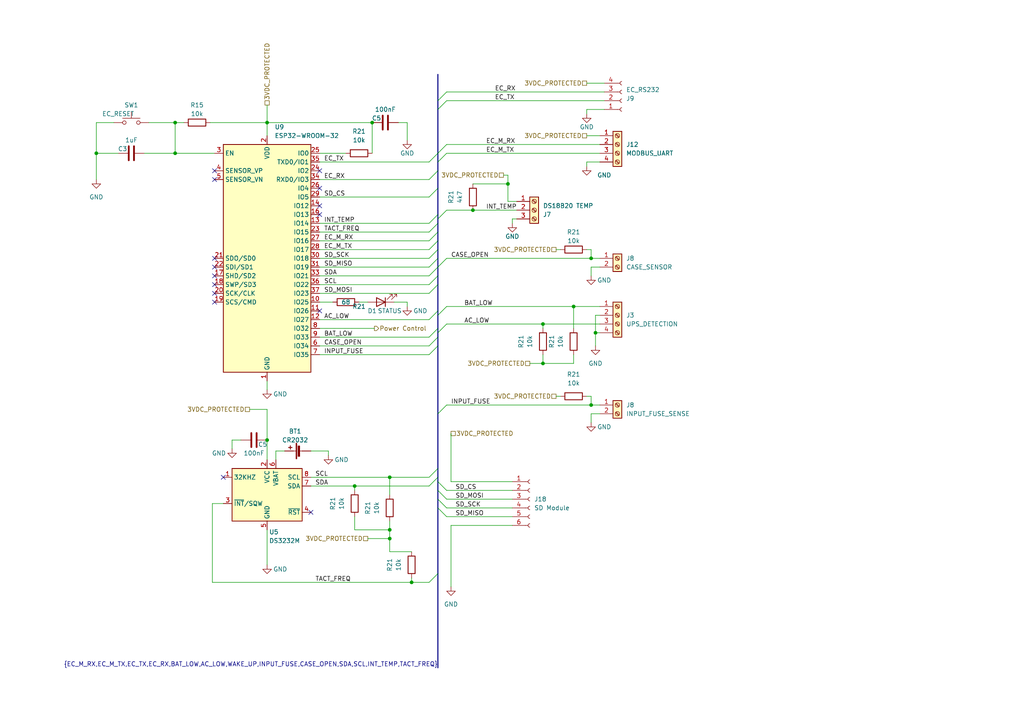
<source format=kicad_sch>
(kicad_sch (version 20230121) (generator eeschema)
  (paper "A4")
  (lib_symbols
    (symbol "Connector:Conn_01x04_Socket" (pin_names (offset 1.016) hide)
      (property "Reference" "J" (at 0 5.08 0))
      (property "Value" "Conn_01x04_Socket" (at 0 -7.62 0))
      (symbol "Conn_01x04_Socket_1_1"
        (arc (start 0 -4.572) (mid -0.5058 -5.08) (end 0 -5.588) (stroke (width 0.1524)))
        (arc (start 0 -2.032) (mid -0.5058 -2.54) (end 0 -3.048) (stroke (width 0.1524)))
        (polyline (pts (xy -1.27 -5.08) (xy -0.508 -5.08)) (stroke (width 0.1524)))
        (polyline (pts (xy -1.27 -2.54) (xy -0.508 -2.54)) (stroke (width 0.1524)))
        (polyline (pts (xy -1.27 0) (xy -0.508 0)) (stroke (width 0.1524)))
        (polyline (pts (xy -1.27 2.54) (xy -0.508 2.54)) (stroke (width 0.1524)))
        (arc (start 0 0.508) (mid -0.5058 0) (end 0 -0.508) (stroke (width 0.1524)))
        (arc (start 0 3.048) (mid -0.5058 2.54) (end 0 2.032) (stroke (width 0.1524)))
        (pin passive line (at -5.08 2.54 0) (length 3.81) (name "Pin_1") (number "1"))
        (pin passive line (at -5.08 0 0) (length 3.81) (name "Pin_2") (number "2"))
        (pin passive line (at -5.08 -2.54 0) (length 3.81) (name "Pin_3") (number "3"))
        (pin passive line (at -5.08 -5.08 0) (length 3.81) (name "Pin_4") (number "4"))
      )
    )
    (symbol "Connector:Conn_01x06_Socket" (pin_names (offset 1.016) hide)
      (property "Reference" "J" (at 0 7.62 0))
      (property "Value" "Conn_01x06_Socket" (at 0 -10.16 0))
      (symbol "Conn_01x06_Socket_1_1"
        (arc (start 0 -7.112) (mid -0.5058 -7.62) (end 0 -8.128) (stroke (width 0.1524)))
        (arc (start 0 -4.572) (mid -0.5058 -5.08) (end 0 -5.588) (stroke (width 0.1524)))
        (arc (start 0 -2.032) (mid -0.5058 -2.54) (end 0 -3.048) (stroke (width 0.1524)))
        (polyline (pts (xy -1.27 -7.62) (xy -0.508 -7.62)) (stroke (width 0.1524)))
        (polyline (pts (xy -1.27 -5.08) (xy -0.508 -5.08)) (stroke (width 0.1524)))
        (polyline (pts (xy -1.27 -2.54) (xy -0.508 -2.54)) (stroke (width 0.1524)))
        (polyline (pts (xy -1.27 0) (xy -0.508 0)) (stroke (width 0.1524)))
        (polyline (pts (xy -1.27 2.54) (xy -0.508 2.54)) (stroke (width 0.1524)))
        (polyline (pts (xy -1.27 5.08) (xy -0.508 5.08)) (stroke (width 0.1524)))
        (arc (start 0 0.508) (mid -0.5058 0) (end 0 -0.508) (stroke (width 0.1524)))
        (arc (start 0 3.048) (mid -0.5058 2.54) (end 0 2.032) (stroke (width 0.1524)))
        (arc (start 0 5.588) (mid -0.5058 5.08) (end 0 4.572) (stroke (width 0.1524)))
        (pin passive line (at -5.08 5.08 0) (length 3.81) (name "Pin_1") (number "1"))
        (pin passive line (at -5.08 2.54 0) (length 3.81) (name "Pin_2") (number "2"))
        (pin passive line (at -5.08 0 0) (length 3.81) (name "Pin_3") (number "3"))
        (pin passive line (at -5.08 -2.54 0) (length 3.81) (name "Pin_4") (number "4"))
        (pin passive line (at -5.08 -5.08 0) (length 3.81) (name "Pin_5") (number "5"))
        (pin passive line (at -5.08 -7.62 0) (length 3.81) (name "Pin_6") (number "6"))
      )
    )
    (symbol "Connector:Screw_Terminal_01x02" (pin_names (offset 1.016) hide)
      (property "Reference" "J" (at 0 2.54 0))
      (property "Value" "Screw_Terminal_01x02" (at 0 -5.08 0))
      (symbol "Screw_Terminal_01x02_1_1"
        (rectangle (start -1.27 1.27) (end 1.27 -3.81) (stroke (width 0.254)) (fill (type background)))
        (circle (center 0 -2.54) (radius 0.635) (stroke (width 0.1524)))
        (polyline (pts (xy -0.5334 -2.2098) (xy 0.3302 -3.048)) (stroke (width 0.1524)))
        (polyline (pts (xy -0.5334 0.3302) (xy 0.3302 -0.508)) (stroke (width 0.1524)))
        (polyline (pts (xy -0.3556 -2.032) (xy 0.508 -2.8702)) (stroke (width 0.1524)))
        (polyline (pts (xy -0.3556 0.508) (xy 0.508 -0.3302)) (stroke (width 0.1524)))
        (circle (center 0 0) (radius 0.635) (stroke (width 0.1524)))
        (pin passive line (at -5.08 0 0) (length 3.81) (name "Pin_1") (number "1"))
        (pin passive line (at -5.08 -2.54 0) (length 3.81) (name "Pin_2") (number "2"))
      )
    )
    (symbol "Connector:Screw_Terminal_01x03" (pin_names (offset 1.016) hide)
      (property "Reference" "J" (at 0 5.08 0))
      (property "Value" "Screw_Terminal_01x03" (at 0 -5.08 0))
      (symbol "Screw_Terminal_01x03_1_1"
        (rectangle (start -1.27 3.81) (end 1.27 -3.81) (stroke (width 0.254)) (fill (type background)))
        (circle (center 0 -2.54) (radius 0.635) (stroke (width 0.1524)))
        (polyline (pts (xy -0.5334 -2.2098) (xy 0.3302 -3.048)) (stroke (width 0.1524)))
        (polyline (pts (xy -0.5334 0.3302) (xy 0.3302 -0.508)) (stroke (width 0.1524)))
        (polyline (pts (xy -0.5334 2.8702) (xy 0.3302 2.032)) (stroke (width 0.1524)))
        (polyline (pts (xy -0.3556 -2.032) (xy 0.508 -2.8702)) (stroke (width 0.1524)))
        (polyline (pts (xy -0.3556 0.508) (xy 0.508 -0.3302)) (stroke (width 0.1524)))
        (polyline (pts (xy -0.3556 3.048) (xy 0.508 2.2098)) (stroke (width 0.1524)))
        (circle (center 0 0) (radius 0.635) (stroke (width 0.1524)))
        (circle (center 0 2.54) (radius 0.635) (stroke (width 0.1524)))
        (pin passive line (at -5.08 2.54 0) (length 3.81) (name "Pin_1") (number "1"))
        (pin passive line (at -5.08 0 0) (length 3.81) (name "Pin_2") (number "2"))
        (pin passive line (at -5.08 -2.54 0) (length 3.81) (name "Pin_3") (number "3"))
      )
    )
    (symbol "Connector:Screw_Terminal_01x04" (pin_names (offset 1.016) hide)
      (property "Reference" "J" (at 0 5.08 0))
      (property "Value" "Screw_Terminal_01x04" (at 0 -7.62 0))
      (symbol "Screw_Terminal_01x04_1_1"
        (rectangle (start -1.27 3.81) (end 1.27 -6.35) (stroke (width 0.254)) (fill (type background)))
        (circle (center 0 -5.08) (radius 0.635) (stroke (width 0.1524)))
        (circle (center 0 -2.54) (radius 0.635) (stroke (width 0.1524)))
        (polyline (pts (xy -0.5334 -4.7498) (xy 0.3302 -5.588)) (stroke (width 0.1524)))
        (polyline (pts (xy -0.5334 -2.2098) (xy 0.3302 -3.048)) (stroke (width 0.1524)))
        (polyline (pts (xy -0.5334 0.3302) (xy 0.3302 -0.508)) (stroke (width 0.1524)))
        (polyline (pts (xy -0.5334 2.8702) (xy 0.3302 2.032)) (stroke (width 0.1524)))
        (polyline (pts (xy -0.3556 -4.572) (xy 0.508 -5.4102)) (stroke (width 0.1524)))
        (polyline (pts (xy -0.3556 -2.032) (xy 0.508 -2.8702)) (stroke (width 0.1524)))
        (polyline (pts (xy -0.3556 0.508) (xy 0.508 -0.3302)) (stroke (width 0.1524)))
        (polyline (pts (xy -0.3556 3.048) (xy 0.508 2.2098)) (stroke (width 0.1524)))
        (circle (center 0 0) (radius 0.635) (stroke (width 0.1524)))
        (circle (center 0 2.54) (radius 0.635) (stroke (width 0.1524)))
        (pin passive line (at -5.08 2.54 0) (length 3.81) (name "Pin_1") (number "1"))
        (pin passive line (at -5.08 0 0) (length 3.81) (name "Pin_2") (number "2"))
        (pin passive line (at -5.08 -2.54 0) (length 3.81) (name "Pin_3") (number "3"))
        (pin passive line (at -5.08 -5.08 0) (length 3.81) (name "Pin_4") (number "4"))
      )
    )
    (symbol "Device:Battery_Cell" (pin_numbers hide) (pin_names (offset 0) hide)
      (property "Reference" "BT" (at 2.54 2.54 0))
      (property "Value" "Battery_Cell" (at 2.54 0 0))
      (symbol "Battery_Cell_0_1"
        (rectangle (start -2.286 1.778) (end 2.286 1.524) (fill (type outline)))
        (rectangle (start -1.5748 1.1938) (end 1.4732 0.6858) (fill (type outline)))
        (polyline (pts (xy 0 0.762) (xy 0 0)))
        (polyline (pts (xy 0 1.778) (xy 0 2.54)))
        (polyline (pts (xy 0.508 3.429) (xy 1.524 3.429)) (stroke (width 0.254)))
        (polyline (pts (xy 1.016 3.937) (xy 1.016 2.921)) (stroke (width 0.254)))
      )
      (symbol "Battery_Cell_1_1"
        (pin passive line (at 0 5.08 270) (length 2.54) (name "+") (number "1"))
        (pin passive line (at 0 -2.54 90) (length 2.54) (name "-") (number "2"))
      )
    )
    (symbol "Device:C" (pin_numbers hide) (pin_names (offset 0.254))
      (property "Reference" "C" (at 0.635 2.54 0))
      (property "Value" "C" (at 0.635 -2.54 0))
      (symbol "C_0_1"
        (polyline (pts (xy -2.032 -0.762) (xy 2.032 -0.762)) (stroke (width 0.508)))
        (polyline (pts (xy -2.032 0.762) (xy 2.032 0.762)) (stroke (width 0.508)))
      )
      (symbol "C_1_1"
        (pin passive line (at 0 3.81 270) (length 2.794) (name "~") (number "1"))
        (pin passive line (at 0 -3.81 90) (length 2.794) (name "~") (number "2"))
      )
    )
    (symbol "Device:LED" (pin_numbers hide) (pin_names (offset 1.016) hide)
      (property "Reference" "D" (at 0 2.54 0))
      (property "Value" "LED" (at 0 -2.54 0))
      (symbol "LED_0_1"
        (polyline (pts (xy -1.27 -1.27) (xy -1.27 1.27)) (stroke (width 0.254)))
        (polyline (pts (xy -1.27 0) (xy 1.27 0)))
        (polyline (pts (xy 1.27 -1.27) (xy 1.27 1.27) (xy -1.27 0) (xy 1.27 -1.27)) (stroke (width 0.254)))
        (polyline (pts (xy -3.048 -0.762) (xy -4.572 -2.286) (xy -3.81 -2.286) (xy -4.572 -2.286) (xy -4.572 -1.524)))
        (polyline (pts (xy -1.778 -0.762) (xy -3.302 -2.286) (xy -2.54 -2.286) (xy -3.302 -2.286) (xy -3.302 -1.524)))
      )
      (symbol "LED_1_1"
        (pin passive line (at -3.81 0 0) (length 2.54) (name "K") (number "1"))
        (pin passive line (at 3.81 0 180) (length 2.54) (name "A") (number "2"))
      )
    )
    (symbol "Device:R" (pin_numbers hide) (pin_names (offset 0))
      (property "Reference" "R" (at 2.032 0 90))
      (property "Value" "R" (at 0 0 90))
      (symbol "R_0_1"
        (rectangle (start -1.016 -2.54) (end 1.016 2.54) (stroke (width 0.254)))
      )
      (symbol "R_1_1"
        (pin passive line (at 0 3.81 270) (length 1.27) (name "~") (number "1"))
        (pin passive line (at 0 -3.81 90) (length 1.27) (name "~") (number "2"))
      )
    )
    (symbol "RF_Module:ESP32-WROOM-32"
      (property "Reference" "U" (at -12.7 34.29 0))
      (property "Value" "ESP32-WROOM-32" (at 1.27 34.29 0))
      (symbol "ESP32-WROOM-32_0_1"
        (rectangle (start -12.7 33.02) (end 12.7 -33.02) (stroke (width 0.254)) (fill (type background)))
      )
      (symbol "ESP32-WROOM-32_1_1"
        (pin power_in line (at 0 -35.56 90) (length 2.54) (name "GND") (number "1"))
        (pin bidirectional line (at 15.24 -12.7 180) (length 2.54) (name "IO25") (number "10"))
        (pin bidirectional line (at 15.24 -15.24 180) (length 2.54) (name "IO26") (number "11"))
        (pin bidirectional line (at 15.24 -17.78 180) (length 2.54) (name "IO27") (number "12"))
        (pin bidirectional line (at 15.24 10.16 180) (length 2.54) (name "IO14") (number "13"))
        (pin bidirectional line (at 15.24 15.24 180) (length 2.54) (name "IO12") (number "14"))
        (pin passive line (at 0 -35.56 90) (length 2.54) hide (name "GND") (number "15"))
        (pin bidirectional line (at 15.24 12.7 180) (length 2.54) (name "IO13") (number "16"))
        (pin bidirectional line (at -15.24 -5.08 0) (length 2.54) (name "SHD/SD2") (number "17"))
        (pin bidirectional line (at -15.24 -7.62 0) (length 2.54) (name "SWP/SD3") (number "18"))
        (pin bidirectional line (at -15.24 -12.7 0) (length 2.54) (name "SCS/CMD") (number "19"))
        (pin power_in line (at 0 35.56 270) (length 2.54) (name "VDD") (number "2"))
        (pin bidirectional line (at -15.24 -10.16 0) (length 2.54) (name "SCK/CLK") (number "20"))
        (pin bidirectional line (at -15.24 0 0) (length 2.54) (name "SDO/SD0") (number "21"))
        (pin bidirectional line (at -15.24 -2.54 0) (length 2.54) (name "SDI/SD1") (number "22"))
        (pin bidirectional line (at 15.24 7.62 180) (length 2.54) (name "IO15") (number "23"))
        (pin bidirectional line (at 15.24 25.4 180) (length 2.54) (name "IO2") (number "24"))
        (pin bidirectional line (at 15.24 30.48 180) (length 2.54) (name "IO0") (number "25"))
        (pin bidirectional line (at 15.24 20.32 180) (length 2.54) (name "IO4") (number "26"))
        (pin bidirectional line (at 15.24 5.08 180) (length 2.54) (name "IO16") (number "27"))
        (pin bidirectional line (at 15.24 2.54 180) (length 2.54) (name "IO17") (number "28"))
        (pin bidirectional line (at 15.24 17.78 180) (length 2.54) (name "IO5") (number "29"))
        (pin input line (at -15.24 30.48 0) (length 2.54) (name "EN") (number "3"))
        (pin bidirectional line (at 15.24 0 180) (length 2.54) (name "IO18") (number "30"))
        (pin bidirectional line (at 15.24 -2.54 180) (length 2.54) (name "IO19") (number "31"))
        (pin no_connect line (at -12.7 -27.94 0) (length 2.54) hide (name "NC") (number "32"))
        (pin bidirectional line (at 15.24 -5.08 180) (length 2.54) (name "IO21") (number "33"))
        (pin bidirectional line (at 15.24 22.86 180) (length 2.54) (name "RXD0/IO3") (number "34"))
        (pin bidirectional line (at 15.24 27.94 180) (length 2.54) (name "TXD0/IO1") (number "35"))
        (pin bidirectional line (at 15.24 -7.62 180) (length 2.54) (name "IO22") (number "36"))
        (pin bidirectional line (at 15.24 -10.16 180) (length 2.54) (name "IO23") (number "37"))
        (pin passive line (at 0 -35.56 90) (length 2.54) hide (name "GND") (number "38"))
        (pin passive line (at 0 -35.56 90) (length 2.54) hide (name "GND") (number "39"))
        (pin input line (at -15.24 25.4 0) (length 2.54) (name "SENSOR_VP") (number "4"))
        (pin input line (at -15.24 22.86 0) (length 2.54) (name "SENSOR_VN") (number "5"))
        (pin input line (at 15.24 -25.4 180) (length 2.54) (name "IO34") (number "6"))
        (pin input line (at 15.24 -27.94 180) (length 2.54) (name "IO35") (number "7"))
        (pin bidirectional line (at 15.24 -20.32 180) (length 2.54) (name "IO32") (number "8"))
        (pin bidirectional line (at 15.24 -22.86 180) (length 2.54) (name "IO33") (number "9"))
      )
    )
    (symbol "Switch:SW_Push" (pin_numbers hide) (pin_names (offset 1.016) hide)
      (property "Reference" "SW" (at 1.27 2.54 0))
      (property "Value" "SW_Push" (at 0 -1.524 0))
      (symbol "SW_Push_0_1"
        (circle (center -2.032 0) (radius 0.508))
        (polyline (pts (xy 0 1.27) (xy 0 3.048)))
        (polyline (pts (xy 2.54 1.27) (xy -2.54 1.27)))
        (circle (center 2.032 0) (radius 0.508))
        (pin passive line (at -5.08 0 0) (length 2.54) (name "1") (number "1"))
        (pin passive line (at 5.08 0 180) (length 2.54) (name "2") (number "2"))
      )
    )
    (symbol "Timer_RTC:DS3232M"
      (property "Reference" "U" (at -7.62 8.89 0))
      (property "Value" "DS3232M" (at 10.16 8.89 0))
      (symbol "DS3232M_0_1"
        (rectangle (start -10.16 7.62) (end 10.16 -7.62) (stroke (width 0.254)) (fill (type background)))
      )
      (symbol "DS3232M_1_1"
        (pin output line (at 12.7 5.08 180) (length 2.54) (name "32KHZ") (number "1"))
        (pin power_in line (at 0 10.16 270) (length 2.54) (name "VCC") (number "2"))
        (pin open_collector line (at 12.7 -2.54 180) (length 2.54) (name "~{INT}/SQW") (number "3"))
        (pin bidirectional line (at -12.7 -5.08 0) (length 2.54) (name "~{RST}") (number "4"))
        (pin power_in line (at 0 -10.16 90) (length 2.54) (name "GND") (number "5"))
        (pin power_in line (at -2.54 10.16 270) (length 2.54) (name "VBAT") (number "6"))
        (pin bidirectional line (at -12.7 2.54 0) (length 2.54) (name "SDA") (number "7"))
        (pin input line (at -12.7 5.08 0) (length 2.54) (name "SCL") (number "8"))
      )
    )
    (symbol "power:GND" (power) (pin_names (offset 0))
      (property "Value" "GND" (at 0 -3.81 0))
      (symbol "GND_0_1"
        (polyline (pts (xy 0 0) (xy 0 -1.27) (xy 1.27 -1.27) (xy 0 -2.54) (xy -1.27 -1.27) (xy 0 -1.27)))
      )
      (symbol "GND_1_1"
        (pin power_in line (at 0 0 270) (length 0) hide (name "GND") (number "1"))
      )
    )
  )
  (junction (at 171.45 74.93))
  (junction (at 157.48 93.98))
  (junction (at 102.87 140.97))
  (junction (at 157.48 105.41))
  (junction (at 166.37 88.9))
  (junction (at 77.47 35.56))
  (junction (at 113.03 138.43))
  (junction (at 137.16 60.96))
  (junction (at 27.94 44.45))
  (junction (at 107.95 35.56))
  (junction (at 171.45 117.475))
  (junction (at 50.8 35.56))
  (junction (at 113.03 156.21))
  (junction (at 147.32 53.34))
  (junction (at 50.8 44.45))
  (junction (at 113.03 153.67))
  (junction (at 77.47 127.635))
  (junction (at 119.38 168.91))
  (junction (at 172.72 96.52))
  (no_connect (at 62.23 80.01))
  (no_connect (at 62.23 49.53))
  (no_connect (at 62.23 85.09))
  (no_connect (at 62.23 74.93))
  (no_connect (at 62.23 87.63))
  (no_connect (at 64.77 138.43))
  (no_connect (at 90.17 148.59))
  (no_connect (at 92.71 54.61))
  (no_connect (at 92.71 59.69))
  (no_connect (at 92.71 62.23))
  (no_connect (at 62.23 82.55))
  (no_connect (at 92.71 90.17))
  (no_connect (at 62.23 77.47))
  (no_connect (at 92.71 49.53))
  (no_connect (at 62.23 52.07))
  (bus_entry (at 127 144.78) (size 2.54 2.54))
  (bus_entry (at 124.46 92.71) (size 2.54 -2.54))
  (bus_entry (at 124.46 82.55) (size 2.54 -2.54))
  (bus_entry (at 124.46 97.79) (size 2.54 -2.54))
  (bus_entry (at 124.46 74.93) (size 2.54 -2.54))
  (bus_entry (at 127 96.52) (size 2.54 -2.54))
  (bus_entry (at 124.46 80.01) (size 2.54 -2.54))
  (bus_entry (at 124.46 69.85) (size 2.54 -2.54))
  (bus_entry (at 127 120.015) (size 2.54 -2.54))
  (bus_entry (at 127 77.47) (size 2.54 -2.54))
  (bus_entry (at 124.46 85.09) (size 2.54 -2.54))
  (bus_entry (at 124.46 100.33) (size 2.54 -2.54))
  (bus_entry (at 127 91.44) (size 2.54 -2.54))
  (bus_entry (at 124.46 64.77) (size 2.54 -2.54))
  (bus_entry (at 124.46 140.97) (size 2.54 -2.54))
  (bus_entry (at 124.46 72.39) (size 2.54 -2.54))
  (bus_entry (at 124.46 52.07) (size 2.54 -2.54))
  (bus_entry (at 124.46 77.47) (size 2.54 -2.54))
  (bus_entry (at 124.46 67.31) (size 2.54 -2.54))
  (bus_entry (at 124.46 102.87) (size 2.54 -2.54))
  (bus_entry (at 124.46 138.43) (size 2.54 -2.54))
  (bus_entry (at 127 142.24) (size 2.54 2.54))
  (bus_entry (at 124.46 46.99) (size 2.54 -2.54))
  (bus_entry (at 127 44.45) (size 2.54 -2.54))
  (bus_entry (at 127 63.5) (size 2.54 -2.54))
  (bus_entry (at 127 147.32) (size 2.54 2.54))
  (bus_entry (at 127 46.99) (size 2.54 -2.54))
  (bus_entry (at 127 31.75) (size 2.54 -2.54))
  (bus_entry (at 127 139.7) (size 2.54 2.54))
  (bus_entry (at 127 29.21) (size 2.54 -2.54))
  (bus_entry (at 124.46 57.15) (size 2.54 -2.54))
  (bus_entry (at 124.46 168.91) (size 2.54 -2.54))
  (wire (pts (xy 92.71 52.07) (xy 124.46 52.07)))
  (wire (pts (xy 92.71 82.55) (xy 124.46 82.55)))
  (wire (pts (xy 129.54 93.98) (xy 157.48 93.98)))
  (wire (pts (xy 130.81 139.7) (xy 130.81 125.73)))
  (wire (pts (xy 146.05 50.8) (xy 147.32 50.8)))
  (wire (pts (xy 173.99 120.015) (xy 171.45 120.015)))
  (bus (pts (xy 127 91.44) (xy 127 95.25)))
  (bus (pts (xy 127 147.32) (xy 127 166.37)))
  (wire (pts (xy 171.45 72.39) (xy 171.45 74.93)))
  (wire (pts (xy 118.11 35.56) (xy 118.11 40.64)))
  (wire (pts (xy 161.29 72.39) (xy 162.56 72.39)))
  (bus (pts (xy 127 29.21) (xy 127 31.75)))
  (wire (pts (xy 27.94 44.45) (xy 27.94 52.07)))
  (wire (pts (xy 113.03 151.13) (xy 113.03 153.67)))
  (wire (pts (xy 157.48 93.98) (xy 173.99 93.98)))
  (wire (pts (xy 170.18 24.13) (xy 175.26 24.13)))
  (wire (pts (xy 129.54 144.78) (xy 148.59 144.78)))
  (wire (pts (xy 129.54 149.86) (xy 148.59 149.86)))
  (wire (pts (xy 77.47 30.48) (xy 77.47 35.56)))
  (wire (pts (xy 92.71 97.79) (xy 124.46 97.79)))
  (bus (pts (xy 127 82.55) (xy 127 90.17)))
  (wire (pts (xy 118.11 35.56) (xy 115.57 35.56)))
  (wire (pts (xy 118.11 87.63) (xy 118.11 88.9)))
  (wire (pts (xy 129.54 29.21) (xy 175.26 29.21)))
  (wire (pts (xy 50.8 35.56) (xy 50.8 44.45)))
  (wire (pts (xy 170.18 114.935) (xy 171.45 114.935)))
  (bus (pts (xy 127 90.17) (xy 127 91.44)))
  (wire (pts (xy 119.38 160.02) (xy 113.03 160.02)))
  (wire (pts (xy 27.94 44.45) (xy 34.29 44.45)))
  (wire (pts (xy 171.45 120.015) (xy 171.45 122.555)))
  (wire (pts (xy 27.94 35.56) (xy 33.02 35.56)))
  (bus (pts (xy 127 21.59) (xy 127 29.21)))
  (wire (pts (xy 92.71 67.31) (xy 124.46 67.31)))
  (wire (pts (xy 107.95 35.56) (xy 77.47 35.56)))
  (wire (pts (xy 90.17 138.43) (xy 113.03 138.43)))
  (bus (pts (xy 127 46.99) (xy 127 49.53)))
  (bus (pts (xy 127 166.37) (xy 127 193.675)))
  (wire (pts (xy 148.59 63.5) (xy 149.86 63.5)))
  (wire (pts (xy 129.54 117.475) (xy 171.45 117.475)))
  (wire (pts (xy 92.71 87.63) (xy 96.52 87.63)))
  (wire (pts (xy 170.18 31.75) (xy 175.26 31.75)))
  (wire (pts (xy 170.18 33.02) (xy 170.18 31.75)))
  (wire (pts (xy 41.91 44.45) (xy 50.8 44.45)))
  (wire (pts (xy 170.18 39.37) (xy 173.99 39.37)))
  (wire (pts (xy 137.16 60.96) (xy 149.86 60.96)))
  (wire (pts (xy 157.48 105.41) (xy 166.37 105.41)))
  (wire (pts (xy 173.99 77.47) (xy 171.45 77.47)))
  (wire (pts (xy 77.47 127.635) (xy 77.47 133.35)))
  (wire (pts (xy 171.45 114.935) (xy 171.45 117.475)))
  (bus (pts (xy 127 72.39) (xy 127 74.93)))
  (wire (pts (xy 113.03 153.67) (xy 113.03 156.21)))
  (wire (pts (xy 92.71 64.77) (xy 124.46 64.77)))
  (wire (pts (xy 104.14 87.63) (xy 106.68 87.63)))
  (bus (pts (xy 127 142.24) (xy 127 144.78)))
  (wire (pts (xy 102.87 149.86) (xy 102.87 153.67)))
  (wire (pts (xy 77.47 118.745) (xy 77.47 127.635)))
  (bus (pts (xy 127 49.53) (xy 127 54.61)))
  (bus (pts (xy 127 63.5) (xy 127 64.77)))
  (wire (pts (xy 130.81 152.4) (xy 130.81 170.18)))
  (wire (pts (xy 92.71 77.47) (xy 124.46 77.47)))
  (wire (pts (xy 137.16 53.34) (xy 147.32 53.34)))
  (wire (pts (xy 129.54 147.32) (xy 148.59 147.32)))
  (wire (pts (xy 95.25 130.81) (xy 95.25 132.08)))
  (wire (pts (xy 60.96 35.56) (xy 77.47 35.56)))
  (bus (pts (xy 127 100.33) (xy 127 120.015)))
  (wire (pts (xy 172.72 96.52) (xy 172.72 100.33)))
  (wire (pts (xy 64.77 146.05) (xy 61.595 146.05)))
  (wire (pts (xy 172.72 91.44) (xy 172.72 96.52)))
  (wire (pts (xy 129.54 44.45) (xy 173.99 44.45)))
  (wire (pts (xy 157.48 93.98) (xy 157.48 95.25)))
  (wire (pts (xy 170.18 72.39) (xy 171.45 72.39)))
  (wire (pts (xy 129.54 88.9) (xy 166.37 88.9)))
  (wire (pts (xy 43.18 35.56) (xy 50.8 35.56)))
  (wire (pts (xy 27.94 44.45) (xy 27.94 35.56)))
  (bus (pts (xy 127 97.79) (xy 127 100.33)))
  (wire (pts (xy 77.47 35.56) (xy 77.47 39.37)))
  (bus (pts (xy 127 62.23) (xy 127 63.5)))
  (bus (pts (xy 127 96.52) (xy 127 97.79)))
  (bus (pts (xy 127 120.015) (xy 127 135.89)))
  (wire (pts (xy 77.47 153.67) (xy 77.47 163.83)))
  (wire (pts (xy 170.18 46.99) (xy 170.18 48.26)))
  (wire (pts (xy 147.32 58.42) (xy 149.86 58.42)))
  (bus (pts (xy 127 69.85) (xy 127 72.39)))
  (bus (pts (xy 127 80.01) (xy 127 82.55)))
  (wire (pts (xy 50.8 35.56) (xy 53.34 35.56)))
  (wire (pts (xy 92.71 46.99) (xy 124.46 46.99)))
  (wire (pts (xy 92.71 80.01) (xy 124.46 80.01)))
  (wire (pts (xy 92.71 72.39) (xy 124.46 72.39)))
  (wire (pts (xy 129.54 41.91) (xy 173.99 41.91)))
  (bus (pts (xy 127 135.89) (xy 127 138.43)))
  (wire (pts (xy 130.81 152.4) (xy 148.59 152.4)))
  (wire (pts (xy 171.45 74.93) (xy 173.99 74.93)))
  (wire (pts (xy 50.8 44.45) (xy 62.23 44.45)))
  (wire (pts (xy 173.99 91.44) (xy 172.72 91.44)))
  (wire (pts (xy 119.38 168.91) (xy 124.46 168.91)))
  (wire (pts (xy 166.37 88.9) (xy 166.37 95.25)))
  (bus (pts (xy 127 77.47) (xy 127 80.01)))
  (wire (pts (xy 67.31 127.635) (xy 69.85 127.635)))
  (bus (pts (xy 127 67.31) (xy 127 69.85)))
  (wire (pts (xy 148.59 64.77) (xy 148.59 63.5)))
  (wire (pts (xy 92.71 69.85) (xy 124.46 69.85)))
  (wire (pts (xy 170.18 46.99) (xy 173.99 46.99)))
  (wire (pts (xy 147.32 53.34) (xy 147.32 58.42)))
  (bus (pts (xy 127 138.43) (xy 127 139.7)))
  (bus (pts (xy 127 74.93) (xy 127 77.47)))
  (wire (pts (xy 153.67 105.41) (xy 157.48 105.41)))
  (wire (pts (xy 92.71 57.15) (xy 124.46 57.15)))
  (bus (pts (xy 127 144.78) (xy 127 147.32)))
  (wire (pts (xy 67.31 127.635) (xy 67.31 130.175)))
  (wire (pts (xy 171.45 117.475) (xy 173.99 117.475)))
  (bus (pts (xy 127 95.25) (xy 127 96.52)))
  (wire (pts (xy 77.47 113.03) (xy 77.47 110.49)))
  (bus (pts (xy 127 54.61) (xy 127 62.23)))
  (wire (pts (xy 61.595 146.05) (xy 61.595 168.91)))
  (wire (pts (xy 173.99 96.52) (xy 172.72 96.52)))
  (wire (pts (xy 92.71 44.45) (xy 100.33 44.45)))
  (wire (pts (xy 92.71 102.87) (xy 124.46 102.87)))
  (wire (pts (xy 113.03 153.67) (xy 102.87 153.67)))
  (wire (pts (xy 92.71 85.09) (xy 124.46 85.09)))
  (wire (pts (xy 129.54 142.24) (xy 148.59 142.24)))
  (wire (pts (xy 129.54 60.96) (xy 137.16 60.96)))
  (wire (pts (xy 171.45 77.47) (xy 171.45 80.01)))
  (bus (pts (xy 127 44.45) (xy 127 46.99)))
  (wire (pts (xy 92.71 92.71) (xy 124.46 92.71)))
  (wire (pts (xy 129.54 74.93) (xy 171.45 74.93)))
  (wire (pts (xy 90.17 140.97) (xy 102.87 140.97)))
  (wire (pts (xy 161.29 114.935) (xy 162.56 114.935)))
  (wire (pts (xy 102.87 140.97) (xy 124.46 140.97)))
  (wire (pts (xy 106.68 156.21) (xy 113.03 156.21)))
  (wire (pts (xy 102.87 140.97) (xy 102.87 142.24)))
  (wire (pts (xy 113.03 138.43) (xy 113.03 143.51)))
  (wire (pts (xy 80.01 130.81) (xy 82.55 130.81)))
  (wire (pts (xy 92.71 100.33) (xy 124.46 100.33)))
  (wire (pts (xy 147.32 50.8) (xy 147.32 53.34)))
  (wire (pts (xy 129.54 26.67) (xy 175.26 26.67)))
  (wire (pts (xy 113.03 160.02) (xy 113.03 156.21)))
  (wire (pts (xy 92.71 74.93) (xy 124.46 74.93)))
  (bus (pts (xy 127 31.75) (xy 127 44.45)))
  (wire (pts (xy 114.3 87.63) (xy 118.11 87.63)))
  (wire (pts (xy 90.17 130.81) (xy 95.25 130.81)))
  (wire (pts (xy 166.37 102.87) (xy 166.37 105.41)))
  (wire (pts (xy 157.48 102.87) (xy 157.48 105.41)))
  (wire (pts (xy 113.03 138.43) (xy 124.46 138.43)))
  (bus (pts (xy 127 139.7) (xy 127 142.24)))
  (wire (pts (xy 130.81 139.7) (xy 148.59 139.7)))
  (wire (pts (xy 166.37 88.9) (xy 173.99 88.9)))
  (wire (pts (xy 92.71 95.25) (xy 108.585 95.25)))
  (bus (pts (xy 127 67.31) (xy 127 64.77)))
  (wire (pts (xy 107.95 44.45) (xy 107.95 35.56)))
  (wire (pts (xy 80.01 133.35) (xy 80.01 130.81)))
  (wire (pts (xy 72.39 118.745) (xy 77.47 118.745)))
  (wire (pts (xy 119.38 167.64) (xy 119.38 168.91)))
  (wire (pts (xy 61.595 168.91) (xy 119.38 168.91)))
  (label "AC_LOW" (at 93.98 92.71 0))
  (label "INPUT_FUSE" (at 93.98 102.87 0))
  (label "CASE_OPEN" (at 130.81 74.93 0))
  (label "SD_MISO" (at 132.08 149.86 0))
  (label "SD_MISO" (at 93.98 77.47 0))
  (label "INT_TEMP" (at 93.98 64.77 0))
  (label "BAT_LOW" (at 134.62 88.9 0))
  (label "SD_MOSI" (at 132.08 144.78 0))
  (label "EC_RX" (at 93.98 52.07 0))
  (label "SDA" (at 91.44 140.97 0))
  (label "BAT_LOW" (at 93.98 97.79 0))
  (label "SD_SCK" (at 93.98 74.93 0))
  (label "EC_M_RX" (at 140.97 41.91 0))
  (label "CASE_OPEN" (at 93.98 100.33 0))
  (label "INPUT_FUSE" (at 130.81 117.475 0))
  (label "SD_MOSI" (at 93.98 85.09 0))
  (label "EC_TX" (at 143.51 29.21 0))
  (label "TACT_FREQ" (at 93.98 67.31 0))
  (label "INT_TEMP" (at 140.97 60.96 0))
  (label "TACT_FREQ" (at 91.44 168.91 0))
  (label "EC_RX" (at 143.51 26.67 0))
  (label "SDA" (at 93.98 80.01 0))
  (label "SD_SCK" (at 132.08 147.32 0))
  (label "EC_M_TX" (at 140.97 44.45 0))
  (label "SD_CS" (at 132.08 142.24 0))
  (label "EC_TX" (at 93.98 46.99 0))
  (label "{EC_M_RX,EC_M_TX,EC_TX,EC_RX,BAT_LOW,AC_LOW,WAKE_UP,INPUT_FUSE,CASE_OPEN,SDA,SCL,INT_TEMP,TACT_FREQ}" (at 127 193.675 180))
  (label "AC_LOW" (at 134.62 93.98 0))
  (label "SCL" (at 91.44 138.43 0))
  (label "SCL" (at 93.98 82.55 0))
  (label "EC_M_TX" (at 93.98 72.39 0))
  (label "EC_M_RX" (at 93.98 69.85 0))
  (label "SD_CS" (at 93.98 57.15 0))
  (hierarchical_label "Power Control" (shape output) (at 108.585 95.25 0))
  (hierarchical_label "3VDC_PROTECTED" (shape passive) (at 106.68 156.21 180))
  (hierarchical_label "3VDC_PROTECTED" (shape passive) (at 153.67 105.41 180))
  (hierarchical_label "3VDC_PROTECTED" (shape passive) (at 130.81 125.73 0))
  (hierarchical_label "3VDC_PROTECTED" (shape passive) (at 77.47 30.48 90))
  (hierarchical_label "3VDC_PROTECTED" (shape passive) (at 170.18 39.37 180))
  (hierarchical_label "3VDC_PROTECTED" (shape passive) (at 72.39 118.745 180))
  (hierarchical_label "3VDC_PROTECTED" (shape passive) (at 161.29 72.39 180))
  (hierarchical_label "3VDC_PROTECTED" (shape passive) (at 161.29 114.935 180))
  (hierarchical_label "3VDC_PROTECTED" (shape passive) (at 146.05 50.8 180))
  (hierarchical_label "3VDC_PROTECTED" (shape passive) (at 170.18 24.13 180))
  (symbol (lib_id "Device:R") (at 104.14 44.45 270) (mirror x) (unit 1)
    (property "Reference" "R21" (at 104.14 38.1 90))
    (property "Value" "10k" (at 104.14 40.64 90))
    (property "Footprint" "PCM_Resistor_SMD_AKL:R_1206_3216Metric_Pad1.42x1.75mm_HandSolder" (effects hide))
    (instances (project "control.gateway" (path "" (reference "R21") (unit 1)) (path "" (reference "R21") (unit 1)) (path "" (reference "R13") (unit 1))))
  )
  (symbol (lib_id "Connector:Screw_Terminal_01x04") (at 179.07 91.44 0) (unit 1)
    (property "Reference" "J3" (at 181.61 91.44 0) (effects (justify left)))
    (property "Value" "UPS_DETECTION" (at 181.61 93.98 0) (effects (justify left)))
    (property "Footprint" "Connector_Phoenix_MC:PhoenixContact_MC_1,5_4-G-3.5_1x04_P3.50mm_Horizontal" (effects hide))
    (instances (project "control.gateway" (path "" (reference "J3") (unit 1))) (project "control.energy" (path "" (reference "J5") (unit 1))))
  )
  (symbol (lib_id "Connector:Screw_Terminal_01x02") (at 179.07 117.475 0) (unit 1)
    (property "Reference" "J8" (at 181.61 117.475 0) (effects (justify left)))
    (property "Value" "INPUT_FUSE_SENSE" (at 181.61 120.015 0) (effects (justify left)))
    (property "Footprint" "Connector_Phoenix_MC:PhoenixContact_MC_1,5_2-G-3.5_1x02_P3.50mm_Horizontal" (effects hide))
    (instances (project "control.gateway" (path "" (reference "J8") (unit 1)) (path "" (reference "J7") (unit 1)) (path "" (reference "J4") (unit 1))))
  )
  (symbol (lib_id "Device:R") (at 57.15 35.56 90) (mirror x) (unit 1)
    (property "Reference" "R15" (at 57.15 30.48 90))
    (property "Value" "10k" (at 57.15 33.02 90))
    (property "Footprint" "PCM_Resistor_SMD_AKL:R_1206_3216Metric_Pad1.42x1.75mm_HandSolder" (effects hide))
    (instances (project "control.gateway" (path "" (reference "R15") (unit 1)) (path "" (reference "R15") (unit 1)) (path "" (reference "R9") (unit 1))))
  )
  (symbol (lib_id "power:GND") (at 172.72 100.33 0) (unit 1)
    (property "Reference" "#PWR029" (effects hide))
    (property "Value" "GND" (at 172.72 105.41 0))
    (instances (project "control.gateway" (path "" (reference "#PWR029") (unit 1))) (project "control.energy" (path "" (reference "#PWR014") (unit 1))))
  )
  (symbol (lib_id "power:GND") (at 171.45 80.01 0) (unit 1)
    (property "Reference" "#PWR029" (effects hide))
    (property "Value" "GND" (at 175.26 81.28 0))
    (instances (project "control.gateway" (path "" (reference "#PWR029") (unit 1)) (path "" (reference "#PWR028") (unit 1))) (project "control.energy" (path "" (reference "#PWR02") (unit 1))))
  )
  (symbol (lib_id "power:GND") (at 67.31 130.175 0) (mirror y) (unit 1)
    (property "Reference" "#PWR07" (effects hide))
    (property "Value" "GND" (at 63.5 131.445 0))
    (instances (project "control.gateway" (path "" (reference "#PWR07") (unit 1)) (path "" (reference "#PWR03") (unit 1)) (path "" (reference "#PWR034") (unit 1))))
  )
  (symbol (lib_id "power:GND") (at 130.81 170.18 0) (unit 1)
    (property "Reference" "#PWR035" (effects hide))
    (property "Value" "GND" (at 130.81 175.26 0))
    (instances (project "control.gateway" (path "" (reference "#PWR035") (unit 1))) (project "control.energy" (path "" (reference "#PWR014") (unit 1))))
  )
  (symbol (lib_id "Device:R") (at 166.37 72.39 270) (mirror x) (unit 1)
    (property "Reference" "R21" (at 166.37 67.31 90))
    (property "Value" "10k" (at 166.37 69.85 90))
    (property "Footprint" "PCM_Resistor_SMD_AKL:R_1206_3216Metric_Pad1.42x1.75mm_HandSolder" (effects hide))
    (instances (project "control.gateway" (path "" (reference "R21") (unit 1)) (path "" (reference "R21") (unit 1)) (path "" (reference "R8") (unit 1))))
  )
  (symbol (lib_id "Device:R") (at 137.16 57.15 0) (mirror y) (unit 1)
    (property "Reference" "R21" (at 130.81 57.15 90))
    (property "Value" "4k7" (at 133.35 57.15 90))
    (property "Footprint" "PCM_Resistor_SMD_AKL:R_1206_3216Metric_Pad1.42x1.75mm_HandSolder" (effects hide))
    (instances (project "control.gateway" (path "" (reference "R21") (unit 1)) (path "" (reference "R21") (unit 1)) (path "" (reference "R1") (unit 1))))
  )
  (symbol (lib_id "power:GND") (at 118.11 88.9 0) (unit 1)
    (property "Reference" "#PWR029" (effects hide))
    (property "Value" "GND" (at 121.92 90.17 0))
    (instances (project "control.gateway" (path "" (reference "#PWR029") (unit 1)) (path "" (reference "#PWR022") (unit 1))) (project "control.energy" (path "" (reference "#PWR02") (unit 1))))
  )
  (symbol (lib_id "Device:R") (at 119.38 163.83 0) (mirror y) (unit 1)
    (property "Reference" "R21" (at 113.03 163.83 90))
    (property "Value" "10k" (at 115.57 163.83 90))
    (property "Footprint" "PCM_Resistor_SMD_AKL:R_1206_3216Metric_Pad1.42x1.75mm_HandSolder" (effects hide))
    (instances (project "control.gateway" (path "" (reference "R21") (unit 1)) (path "" (reference "R21") (unit 1)) (path "" (reference "R36") (unit 1))))
  )
  (symbol (lib_id "power:GND") (at 95.25 132.08 0) (unit 1)
    (property "Reference" "#PWR07" (effects hide))
    (property "Value" "GND" (at 99.06 133.35 0))
    (instances (project "control.gateway" (path "" (reference "#PWR07") (unit 1)) (path "" (reference "#PWR03") (unit 1)) (path "" (reference "#PWR032") (unit 1))))
  )
  (symbol (lib_id "Connector:Screw_Terminal_01x02") (at 179.07 74.93 0) (unit 1)
    (property "Reference" "J8" (at 181.61 74.93 0) (effects (justify left)))
    (property "Value" "CASE_SENSOR" (at 181.61 77.47 0) (effects (justify left)))
    (property "Footprint" "Connector_Phoenix_MC:PhoenixContact_MC_1,5_2-G-3.5_1x02_P3.50mm_Horizontal" (effects hide))
    (instances (project "control.gateway" (path "" (reference "J8") (unit 1)) (path "" (reference "J7") (unit 1)) (path "" (reference "J6") (unit 1))))
  )
  (symbol (lib_id "Connector:Conn_01x04_Socket") (at 180.34 29.21 0) (mirror x) (unit 1)
    (property "Reference" "J9" (at 181.61 28.575 0) (effects (justify left)))
    (property "Value" "EC_RS232" (at 181.61 26.035 0) (effects (justify left)))
    (property "Footprint" "Connector_PinSocket_2.54mm:PinSocket_1x04_P2.54mm_Vertical" (effects hide))
    (instances (project "water-ctrl-hw" (path "" (reference "J9") (unit 1)) (path "" (reference "J12") (unit 1))) (project "control.gateway" (path "" (reference "J10") (unit 1)) (path "" (reference "J1") (unit 1)) (path "" (reference "J9") (unit 1))))
  )
  (symbol (lib_id "Device:R") (at 166.37 114.935 270) (mirror x) (unit 1)
    (property "Reference" "R21" (at 166.37 108.585 90))
    (property "Value" "10k" (at 166.37 111.125 90))
    (property "Footprint" "PCM_Resistor_SMD_AKL:R_1206_3216Metric_Pad1.42x1.75mm_HandSolder" (effects hide))
    (instances (project "control.gateway" (path "" (reference "R21") (unit 1)) (path "" (reference "R21") (unit 1)) (path "" (reference "R7") (unit 1))))
  )
  (symbol (lib_id "Device:R") (at 166.37 99.06 0) (mirror y) (unit 1)
    (property "Reference" "R21" (at 160.02 99.06 90))
    (property "Value" "10k" (at 162.56 99.06 90))
    (property "Footprint" "PCM_Resistor_SMD_AKL:R_1206_3216Metric_Pad1.42x1.75mm_HandSolder" (effects hide))
    (instances (project "control.gateway" (path "" (reference "R21") (unit 1)) (path "" (reference "R5") (unit 1))) (project "control.energy" (path "" (reference "R5") (unit 1))))
  )
  (symbol (lib_id "Timer_RTC:DS3232M") (at 77.47 143.51 0) (mirror y) (unit 1)
    (property "Reference" "U5" (at 78.0541 154.305 0) (effects (justify right)))
    (property "Value" "DS3232M" (at 78.0541 156.845 0) (effects (justify right)))
    (property "Footprint" "Package_SO:SOIC-8_3.9x4.9mm_P1.27mm" (effects hide))
    (property "Datasheet" "http://datasheets.maximintegrated.com/en/ds/DS3232M.pdf" (effects hide))
  )
  (symbol (lib_id "Device:R") (at 102.87 146.05 0) (mirror y) (unit 1)
    (property "Reference" "R21" (at 96.52 146.05 90))
    (property "Value" "10k" (at 99.06 146.05 90))
    (property "Footprint" "PCM_Resistor_SMD_AKL:R_1206_3216Metric_Pad1.42x1.75mm_HandSolder" (effects hide))
    (instances (project "control.gateway" (path "" (reference "R21") (unit 1)) (path "" (reference "R12") (unit 1))) (project "control.energy" (path "" (reference "R4") (unit 1))))
  )
  (symbol (lib_id "Switch:SW_Push") (at 38.1 35.56 0) (unit 1)
    (property "Reference" "SW1" (at 38.1 30.48 0))
    (property "Value" "EC_RESET" (at 34.29 33.02 0))
    (property "Footprint" "Button_Switch_THT:SW_PUSH_6mm" (effects hide))
  )
  (symbol (lib_id "Connector:Conn_01x06_Socket") (at 153.67 144.78 0) (unit 1)
    (property "Reference" "J18" (at 154.94 144.78 0) (effects (justify left)))
    (property "Value" "SD Module" (at 154.94 147.32 0) (effects (justify left)))
    (property "Footprint" "Connector_PinSocket_2.54mm:PinSocket_1x06_P2.54mm_Vertical" (effects hide))
  )
  (symbol (lib_id "Device:LED") (at 110.49 87.63 180) (unit 1)
    (property "Reference" "D1" (at 107.95 90.17 0))
    (property "Value" "STATUS" (at 113.03 90.17 0))
    (property "Footprint" "LED_THT:LED_D5.0mm_Clear" (effects hide))
  )
  (symbol (lib_id "Device:C") (at 73.66 127.635 90) (unit 1)
    (property "Reference" "C5" (at 76.2 128.905 90))
    (property "Value" "100nF" (at 73.66 131.445 90))
    (property "Footprint" "Capacitor_SMD:C_1206_3216Metric_Pad1.33x1.80mm_HandSolder" (effects hide))
    (instances (project "control.gateway" (path "" (reference "C5") (unit 1)) (path "" (reference "C2") (unit 1)) (path "" (reference "C7") (unit 1))))
  )
  (symbol (lib_id "Device:C") (at 111.76 35.56 270) (unit 1)
    (property "Reference" "C5" (at 109.22 34.29 90))
    (property "Value" "100nF" (at 111.76 31.75 90))
    (property "Footprint" "Capacitor_SMD:C_1206_3216Metric_Pad1.33x1.80mm_HandSolder" (effects hide))
    (instances (project "control.gateway" (path "" (reference "C5") (unit 1)) (path "" (reference "C2") (unit 1)) (path "" (reference "C5") (unit 1))))
  )
  (symbol (lib_id "Connector:Screw_Terminal_01x04") (at 179.07 41.91 0) (unit 1)
    (property "Reference" "J12" (at 181.61 41.91 0) (effects (justify left)))
    (property "Value" "MODBUS_UART" (at 181.61 44.45 0) (effects (justify left)))
    (property "Footprint" "Connector_Phoenix_MC:PhoenixContact_MC_1,5_4-G-3.5_1x04_P3.50mm_Horizontal" (effects hide))
    (instances (project "control.gateway" (path "" (reference "J12") (unit 1))) (project "control.energy" (path "" (reference "J3") (unit 1))))
  )
  (symbol (lib_id "power:GND") (at 118.11 40.64 0) (unit 1)
    (property "Reference" "#PWR029" (effects hide))
    (property "Value" "GND" (at 118.11 44.45 0))
    (instances (project "control.gateway" (path "" (reference "#PWR029") (unit 1)) (path "" (reference "#PWR06") (unit 1)) (path "" (reference "#PWR05") (unit 1))))
  )
  (symbol (lib_id "Device:Battery_Cell") (at 87.63 130.81 90) (unit 1)
    (property "Reference" "BT1" (at 85.598 125.095 90))
    (property "Value" "CR2032" (at 85.598 127.635 90))
    (property "Footprint" "Local:Battery_Holder_CR2032_Vertical" (effects hide))
  )
  (symbol (lib_id "power:GND") (at 77.47 163.83 0) (unit 1)
    (property "Reference" "#PWR07" (effects hide))
    (property "Value" "GND" (at 81.28 165.1 0))
    (instances (project "control.gateway" (path "" (reference "#PWR07") (unit 1)) (path "" (reference "#PWR03") (unit 1)) (path "" (reference "#PWR031") (unit 1))))
  )
  (symbol (lib_id "Device:R") (at 157.48 99.06 0) (mirror y) (unit 1)
    (property "Reference" "R21" (at 151.13 99.06 90))
    (property "Value" "10k" (at 153.67 99.06 90))
    (property "Footprint" "PCM_Resistor_SMD_AKL:R_1206_3216Metric_Pad1.42x1.75mm_HandSolder" (effects hide))
    (instances (project "control.gateway" (path "" (reference "R21") (unit 1)) (path "" (reference "R3") (unit 1))) (project "control.energy" (path "" (reference "R4") (unit 1))))
  )
  (symbol (lib_id "power:GND") (at 170.18 33.02 0) (unit 1)
    (property "Reference" "#PWR029" (effects hide))
    (property "Value" "GND" (at 170.18 36.83 0))
    (instances (project "control.gateway" (path "" (reference "#PWR029") (unit 1)) (path "" (reference "#PWR06") (unit 1)) (path "" (reference "#PWR012") (unit 1))))
  )
  (symbol (lib_id "power:GND") (at 171.45 122.555 0) (unit 1)
    (property "Reference" "#PWR029" (effects hide))
    (property "Value" "GND" (at 175.26 123.825 0))
    (instances (project "control.gateway" (path "" (reference "#PWR029") (unit 1)) (path "" (reference "#PWR030") (unit 1))) (project "control.energy" (path "" (reference "#PWR02") (unit 1))))
  )
  (symbol (lib_id "Device:R") (at 100.33 87.63 270) (mirror x) (unit 1)
    (property "Reference" "R21" (at 104.14 88.9 90))
    (property "Value" "68" (at 100.33 87.63 90))
    (property "Footprint" "PCM_Resistor_SMD_AKL:R_1206_3216Metric_Pad1.42x1.75mm_HandSolder" (effects hide))
    (instances (project "control.gateway" (path "" (reference "R21") (unit 1)) (path "" (reference "R2") (unit 1))) (project "control.energy" (path "" (reference "R3") (unit 1))))
  )
  (symbol (lib_id "power:GND") (at 148.59 64.77 0) (unit 1)
    (property "Reference" "#PWR029" (effects hide))
    (property "Value" "GND" (at 148.59 68.58 0))
    (instances (project "control.gateway" (path "" (reference "#PWR029") (unit 1)) (path "" (reference "#PWR06") (unit 1)) (path "" (reference "#PWR025") (unit 1))))
  )
  (symbol (lib_id "power:GND") (at 27.94 52.07 0) (unit 1)
    (property "Reference" "#PWR02" (effects hide))
    (property "Value" "GND" (at 27.94 57.15 0))
    (instances (project "control.gateway" (path "" (reference "#PWR02") (unit 1)) (path "" (reference "#PWR01") (unit 1)) (path "" (reference "#PWR02") (unit 1))))
  )
  (symbol (lib_id "Connector:Screw_Terminal_01x03") (at 154.94 60.96 0) (unit 1)
    (property "Reference" "J7" (at 157.48 62.23 0) (effects (justify left)))
    (property "Value" "DS18B20 TEMP" (at 157.48 59.69 0) (effects (justify left)))
    (property "Footprint" "Connector_Phoenix_MC:PhoenixContact_MC_1,5_3-G-3.5_1x03_P3.50mm_Horizontal" (effects hide))
    (instances (project "control.gateway" (path "" (reference "J7") (unit 1)) (path "" (reference "J8") (unit 1)) (path "" (reference "J1") (unit 1))))
  )
  (symbol (lib_id "power:GND") (at 77.47 113.03 0) (unit 1)
    (property "Reference" "#PWR07" (effects hide))
    (property "Value" "GND" (at 81.28 114.3 0))
    (instances (project "control.gateway" (path "" (reference "#PWR07") (unit 1)) (path "" (reference "#PWR03") (unit 1)) (path "" (reference "#PWR04") (unit 1))))
  )
  (symbol (lib_id "power:GND") (at 170.18 48.26 0) (unit 1)
    (property "Reference" "#PWR029" (effects hide))
    (property "Value" "GND" (at 175.26 50.8 0))
    (instances (project "control.gateway" (path "" (reference "#PWR029") (unit 1)) (path "" (reference "#PWR06") (unit 1)) (path "" (reference "#PWR013") (unit 1))))
  )
  (symbol (lib_id "RF_Module:ESP32-WROOM-32") (at 77.47 74.93 0) (unit 1)
    (property "Reference" "U9" (at 79.6641 36.83 0) (effects (justify left)))
    (property "Value" "ESP32-WROOM-32" (at 79.6641 39.37 0) (effects (justify left)))
    (property "Footprint" "RF_Module:ESP32-WROOM-32D" (effects hide))
    (property "Datasheet" "https://www.espressif.com/sites/default/files/documentation/esp32-wroom-32_datasheet_en.pdf" (effects hide))
    (instances (project "control.gateway" (path "" (reference "U9") (unit 1)) (path "" (reference "U6") (unit 1)) (path "" (reference "U3") (unit 1))))
  )
  (symbol (lib_id "Device:C") (at 38.1 44.45 270) (unit 1)
    (property "Reference" "C3" (at 35.56 43.18 90))
    (property "Value" "1uF" (at 38.1 40.64 90))
    (property "Footprint" "Capacitor_SMD:C_1206_3216Metric_Pad1.33x1.80mm_HandSolder" (effects hide))
    (instances (project "control.gateway" (path "" (reference "C3") (unit 1)) (path "" (reference "C1") (unit 1)) (path "" (reference "C6") (unit 1))))
  )
  (symbol (lib_id "Device:R") (at 113.03 147.32 0) (mirror y) (unit 1)
    (property "Reference" "R21" (at 106.68 147.32 90))
    (property "Value" "10k" (at 109.22 147.32 90))
    (property "Footprint" "PCM_Resistor_SMD_AKL:R_1206_3216Metric_Pad1.42x1.75mm_HandSolder" (effects hide))
    (instances (project "control.gateway" (path "" (reference "R21") (unit 1)) (path "" (reference "R14") (unit 1))) (project "control.energy" (path "" (reference "R4") (unit 1))))
  )
)
</source>
